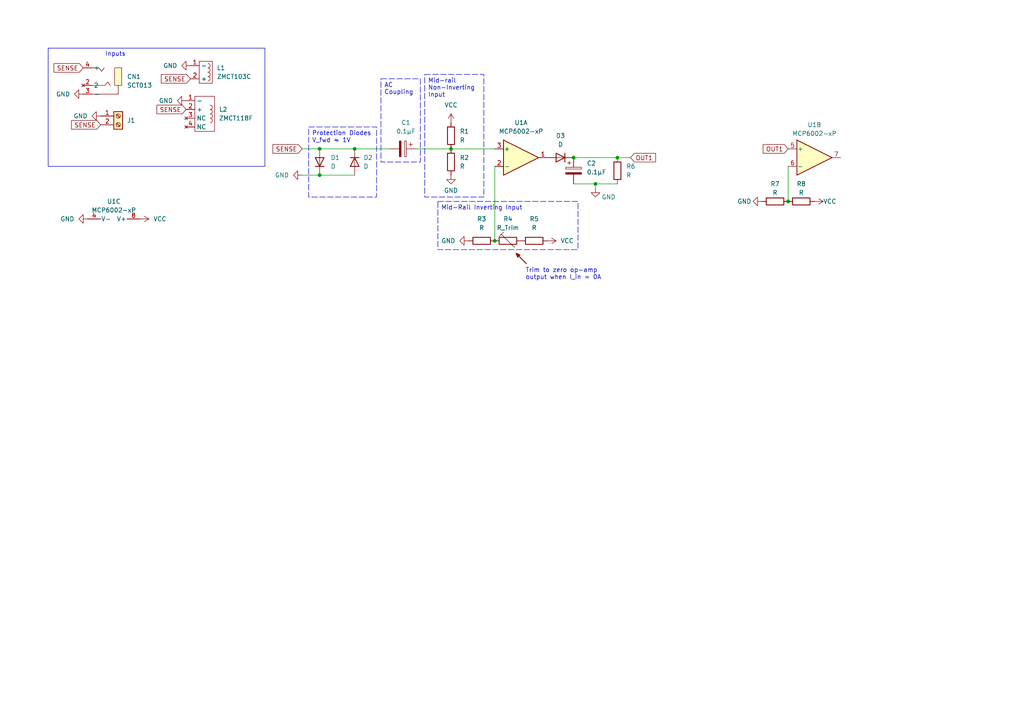
<source format=kicad_sch>
(kicad_sch (version 20230121) (generator eeschema)
  (paper "A4")
  (lib_symbols
    (symbol "Amplifier_Operational:MCP6002-xP" (pin_names (offset 0.127))
      (property "Reference" "U" (at 0 5.08 0))
      (property "Value" "MCP6002-xP" (at 0 -5.08 0))
      (symbol "MCP6002-xP_1_1"
        (polyline (pts (xy -5.08 5.08) (xy 5.08 0) (xy -5.08 -5.08) (xy -5.08 5.08)) (stroke (width 0.254)) (fill (type background)))
        (pin output line (at 7.62 0 180) (length 2.54) (name "~") (number "1"))
        (pin input line (at -7.62 -2.54 0) (length 2.54) (name "-") (number "2"))
        (pin input line (at -7.62 2.54 0) (length 2.54) (name "+") (number "3"))
      )
      (symbol "MCP6002-xP_2_1"
        (polyline (pts (xy -5.08 5.08) (xy 5.08 0) (xy -5.08 -5.08) (xy -5.08 5.08)) (stroke (width 0.254)) (fill (type background)))
        (pin input line (at -7.62 2.54 0) (length 2.54) (name "+") (number "5"))
        (pin input line (at -7.62 -2.54 0) (length 2.54) (name "-") (number "6"))
        (pin output line (at 7.62 0 180) (length 2.54) (name "~") (number "7"))
      )
      (symbol "MCP6002-xP_3_1"
        (pin power_in line (at -2.54 -7.62 90) (length 3.81) (name "V-") (number "4"))
        (pin power_in line (at -2.54 7.62 270) (length 3.81) (name "V+") (number "8"))
      )
    )
    (symbol "Connector:Screw_Terminal_01x02" (pin_names (offset 1.016) hide)
      (property "Reference" "J" (at 0 2.54 0))
      (property "Value" "Screw_Terminal_01x02" (at 0 -5.08 0))
      (symbol "Screw_Terminal_01x02_1_1"
        (rectangle (start -1.27 1.27) (end 1.27 -3.81) (stroke (width 0.254)) (fill (type background)))
        (circle (center 0 -2.54) (radius 0.635) (stroke (width 0.1524)))
        (polyline (pts (xy -0.5334 -2.2098) (xy 0.3302 -3.048)) (stroke (width 0.1524)))
        (polyline (pts (xy -0.5334 0.3302) (xy 0.3302 -0.508)) (stroke (width 0.1524)))
        (polyline (pts (xy -0.3556 -2.032) (xy 0.508 -2.8702)) (stroke (width 0.1524)))
        (polyline (pts (xy -0.3556 0.508) (xy 0.508 -0.3302)) (stroke (width 0.1524)))
        (circle (center 0 0) (radius 0.635) (stroke (width 0.1524)))
        (pin passive line (at -5.08 0 0) (length 3.81) (name "Pin_1") (number "1"))
        (pin passive line (at -5.08 -2.54 0) (length 3.81) (name "Pin_2") (number "2"))
      )
    )
    (symbol "Device:C_Polarized" (pin_numbers hide) (pin_names (offset 0.254))
      (property "Reference" "C" (at 0.635 2.54 0))
      (property "Value" "C_Polarized" (at 0.635 -2.54 0))
      (symbol "C_Polarized_0_1"
        (rectangle (start -2.286 0.508) (end 2.286 1.016))
        (polyline (pts (xy -1.778 2.286) (xy -0.762 2.286)))
        (polyline (pts (xy -1.27 2.794) (xy -1.27 1.778)))
        (rectangle (start 2.286 -0.508) (end -2.286 -1.016) (fill (type outline)))
      )
      (symbol "C_Polarized_1_1"
        (pin passive line (at 0 3.81 270) (length 2.794) (name "~") (number "1"))
        (pin passive line (at 0 -3.81 90) (length 2.794) (name "~") (number "2"))
      )
    )
    (symbol "Device:D" (pin_numbers hide) (pin_names (offset 1.016) hide)
      (property "Reference" "D" (at 0 2.54 0))
      (property "Value" "D" (at 0 -2.54 0))
      (symbol "D_0_1"
        (polyline (pts (xy -1.27 1.27) (xy -1.27 -1.27)) (stroke (width 0.254)))
        (polyline (pts (xy 1.27 0) (xy -1.27 0)))
        (polyline (pts (xy 1.27 1.27) (xy 1.27 -1.27) (xy -1.27 0) (xy 1.27 1.27)) (stroke (width 0.254)))
      )
      (symbol "D_1_1"
        (pin passive line (at -3.81 0 0) (length 2.54) (name "K") (number "1"))
        (pin passive line (at 3.81 0 180) (length 2.54) (name "A") (number "2"))
      )
    )
    (symbol "Device:R" (pin_numbers hide) (pin_names (offset 0))
      (property "Reference" "R" (at 2.032 0 90))
      (property "Value" "R" (at 0 0 90))
      (symbol "R_0_1"
        (rectangle (start -1.016 -2.54) (end 1.016 2.54) (stroke (width 0.254)))
      )
      (symbol "R_1_1"
        (pin passive line (at 0 3.81 270) (length 1.27) (name "~") (number "1"))
        (pin passive line (at 0 -3.81 90) (length 1.27) (name "~") (number "2"))
      )
    )
    (symbol "Device:R_Trim" (pin_numbers hide) (pin_names (offset 0))
      (property "Reference" "R" (at 2.54 -2.54 90))
      (property "Value" "R_Trim" (at -2.54 -0.635 90))
      (symbol "R_Trim_0_1"
        (rectangle (start -1.016 -2.54) (end 1.016 2.54) (stroke (width 0.254)))
        (polyline (pts (xy -1.905 -1.905) (xy 1.905 1.905) (xy 2.54 1.27) (xy 1.27 2.54)))
      )
      (symbol "R_Trim_1_1"
        (pin passive line (at 0 3.81 270) (length 1.27) (name "~") (number "1"))
        (pin passive line (at 0 -3.81 90) (length 1.27) (name "~") (number "2"))
      )
    )
    (symbol "EasyCT:SCT013"
      (property "Reference" "CN" (at 0 0.635 0))
      (property "Value" "SCT013" (at 0 -1.27 0))
      (symbol "SCT013_0_1"
        (rectangle (start -1.02 -5.08) (end 1.02 -10.16) (fill (type background)))
        (polyline (pts (xy 0 -2.54) (xy 0 -5.08)))
        (polyline (pts (xy 0 -2.54) (xy 7.62 -2.54)))
        (polyline (pts (xy 7.62 -10.16) (xy 5.59 -10.16) (xy 4.83 -9.14) (xy 4.06 -10.16)))
        (polyline (pts (xy 7.62 -5.08) (xy 3.81 -5.08) (xy 3.05 -6.1) (xy 2.29 -5.08)))
      )
      (symbol "SCT013_1_1"
        (pin no_connect line (at 10.16 -5.08 180) (length 2.54) (name "2") (number "2"))
        (pin power_in line (at 10.16 -2.54 180) (length 2.54) (name "-") (number "3"))
        (pin output line (at 10.16 -10.16 180) (length 2.54) (name "+") (number "4"))
      )
    )
    (symbol "EasyCT:ZMCT103C"
      (property "Reference" "L" (at -0.4742 1.9035 0))
      (property "Value" "ZMCT103C" (at 0 0 0))
      (symbol "ZMCT103C_0_1"
        (rectangle (start -1.27 -2.54) (end 2.54 -8.89))
        (arc (start 1.2727 -8.255) (mid 1.905 -7.62) (end 1.2727 -6.985))
        (arc (start 1.2727 -6.985) (mid 1.905 -6.35) (end 1.2727 -5.715))
        (arc (start 1.2727 -5.715) (mid 1.905 -5.08) (end 1.2727 -4.445))
        (arc (start 1.2727 -4.445) (mid 1.905 -3.81) (end 1.2727 -3.175))
      )
      (symbol "ZMCT103C_1_1"
        (pin power_in line (at -3.81 -3.81 0) (length 2.54) (name "-") (number "1"))
        (pin output line (at -3.81 -7.62 0) (length 2.54) (name "+") (number "2"))
      )
    )
    (symbol "EasyCT:ZMCT118F"
      (property "Reference" "L" (at -17.78 6.985 0))
      (property "Value" "ZMCT118F" (at -13.335 5.08 0))
      (symbol "ZMCT118F_0_1"
        (rectangle (start -15.875 3.175) (end -10.16 -6.985))
        (arc (start -11.4273 -4.445) (mid -10.795 -3.81) (end -11.4273 -3.175))
        (arc (start -11.4273 -3.175) (mid -10.795 -2.54) (end -11.4273 -1.905))
        (arc (start -11.4273 -1.905) (mid -10.795 -1.27) (end -11.4273 -0.635))
        (arc (start -11.4273 -0.635) (mid -10.795 0) (end -11.4273 0.635))
      )
      (symbol "ZMCT118F_1_1"
        (pin power_in line (at -18.415 1.905 0) (length 2.54) (name "-") (number "1"))
        (pin output line (at -18.415 -0.635 0) (length 2.54) (name "+") (number "2"))
        (pin no_connect line (at -18.415 -3.175 0) (length 2.54) (name "NC") (number "3"))
        (pin no_connect line (at -18.415 -5.715 0) (length 2.54) (name "NC") (number "4"))
      )
    )
    (symbol "Graphic:SYM_Arrow45_Small" (in_bom no) (on_board no)
      (symbol "SYM_Arrow45_Small_0_1"
        (polyline (pts (xy 1.27 -1.27) (xy -1.524 1.524)) (stroke (width 0.254)))
        (polyline (pts (xy 1.524 -1.524) (xy 0.254 -1.016) (xy 1.016 -0.254) (xy 1.524 -1.524)) (fill (type outline)))
      )
    )
    (symbol "power:GND" (power) (pin_names (offset 0))
      (property "Value" "GND" (at 0 -3.81 0))
      (symbol "GND_0_1"
        (polyline (pts (xy 0 0) (xy 0 -1.27) (xy 1.27 -1.27) (xy 0 -2.54) (xy -1.27 -1.27) (xy 0 -1.27)))
      )
      (symbol "GND_1_1"
        (pin power_in line (at 0 0 270) (length 0) hide (name "GND") (number "1"))
      )
    )
    (symbol "power:VCC" (power) (pin_names (offset 0))
      (property "Value" "VCC" (at 0 3.81 0))
      (symbol "VCC_0_1"
        (polyline (pts (xy -0.762 1.27) (xy 0 2.54)))
        (polyline (pts (xy 0 0) (xy 0 2.54)))
        (polyline (pts (xy 0 2.54) (xy 0.762 1.27)))
      )
      (symbol "VCC_1_1"
        (pin power_in line (at 0 0 90) (length 0) hide (name "VCC") (number "1"))
      )
    )
  )
  (junction (at 102.87 43.18))
  (junction (at 179.07 45.72))
  (junction (at 172.72 53.34))
  (junction (at 92.71 50.8))
  (junction (at 130.81 43.18))
  (junction (at 143.51 69.85))
  (junction (at 228.6 58.42))
  (junction (at 166.37 45.72))
  (junction (at 92.71 43.18))
  (wire (pts (xy 102.87 43.18) (xy 113.03 43.18)))
  (wire (pts (xy 130.81 43.18) (xy 143.51 43.18)))
  (wire (pts (xy 92.71 43.18) (xy 102.87 43.18)))
  (wire (pts (xy 120.65 43.18) (xy 130.81 43.18)))
  (wire (pts (xy 87.63 50.8) (xy 92.71 50.8)))
  (wire (pts (xy 179.07 45.72) (xy 182.88 45.72)))
  (wire (pts (xy 172.72 54.61) (xy 172.72 53.34)))
  (wire (pts (xy 87.63 43.18) (xy 92.71 43.18)))
  (wire (pts (xy 166.37 45.72) (xy 179.07 45.72)))
  (wire (pts (xy 172.72 53.34) (xy 179.07 53.34)))
  (wire (pts (xy 92.71 50.8) (xy 102.87 50.8)))
  (wire (pts (xy 228.6 48.26) (xy 228.6 58.42)))
  (wire (pts (xy 143.51 48.26) (xy 143.51 69.85)))
  (wire (pts (xy 172.72 53.34) (xy 166.37 53.34)))
  (rectangle (start 13.97 13.97) (end 76.835 48.26))
  (text_box "Protection Diodes\nV_fwd ≈ 1V" (at 89.535 36.83 0) (size 19.685 20.32) (stroke (width 0) (type dash)) (effects (font (size 1.27 1.27)) (justify left top)))
  (text_box "Mid-rail Non-Inverting Input" (at 123.19 21.59 0) (size 17.145 35.56) (stroke (width 0) (type dash)) (effects (font (size 1.27 1.27)) (justify left top)))
  (text_box "AC Coupling" (at 110.49 22.86 0) (size 11.43 24.13) (stroke (width 0) (type dash)) (effects (font (size 1.27 1.27)) (justify left top)))
  (text_box "Mid-Rail Inverting Input" (at 127 58.42 0) (size 40.64 13.97) (stroke (width 0) (type dash)) (effects (font (size 1.27 1.27)) (justify left top)))
  (text "Trim to zero op-amp\noutput when I_in = 0A" (at 152.4 81.28 0) (effects (font (size 1.27 1.27)) (justify left bottom)))
  (text "Inputs\n" (at 30.48 16.51 0) (effects (font (size 1.27 1.27)) (justify left bottom)))
  (global_label "SENSE" (shape input) (at 55.245 22.86 180) (property "Intersheetrefs" "${INTERSHEET_REFS}" (effects hide)))
  (global_label "OUT1" (shape input) (at 228.6 43.18 180) (property "Intersheetrefs" "${INTERSHEET_REFS}" (effects hide)))
  (global_label "SENSE" (shape input) (at 24.13 19.685 180) (property "Intersheetrefs" "${INTERSHEET_REFS}" (effects hide)))
  (global_label "SENSE" (shape input) (at 87.63 43.18 180) (property "Intersheetrefs" "${INTERSHEET_REFS}" (effects hide)))
  (global_label "OUT1" (shape input) (at 182.88 45.72 0) (property "Intersheetrefs" "${INTERSHEET_REFS}" (effects hide)))
  (global_label "SENSE" (shape input) (at 29.21 36.195 180) (property "Intersheetrefs" "${INTERSHEET_REFS}" (effects hide)))
  (global_label "SENSE" (shape input) (at 53.975 31.75 180) (property "Intersheetrefs" "${INTERSHEET_REFS}" (effects hide)))
  (symbol (lib_id "Amplifier_Operational:MCP6002-xP") (at 33.02 66.04 270) (unit 3)
    (property "Reference" "U1" (at 33.02 58.42 90))
    (property "Value" "MCP6002-xP" (at 33.02 60.96 90))
    (property "Datasheet" "http://ww1.microchip.com/downloads/en/DeviceDoc/21733j.pdf" (effects hide))
  )
  (symbol (lib_id "Device:R") (at 130.81 39.37 0) (unit 1)
    (property "Reference" "R1" (at 133.35 38.1 0) (effects (justify left)))
    (property "Value" "R" (at 133.35 40.64 0) (effects (justify left)))
  )
  (symbol (lib_id "EasyCT:SCT013") (at 34.29 29.845 180) (unit 1)
    (property "Reference" "CN1" (at 36.83 22.225 0) (effects (justify right)))
    (property "Value" "SCT013" (at 36.83 24.765 0) (effects (justify right)))
    (property "Footprint" "EasyCT_Vendored:AUDIO-TH_HOOYA_PJ-320" (effects hide))
  )
  (symbol (lib_id "Device:R") (at 179.07 49.53 0) (unit 1)
    (property "Reference" "R6" (at 181.61 48.26 0) (effects (justify left)))
    (property "Value" "R" (at 181.61 50.8 0) (effects (justify left)))
  )
  (symbol (lib_id "EasyCT:ZMCT118F") (at 72.39 31.115 0) (unit 1)
    (property "Reference" "L2" (at 63.5 31.75 0) (effects (justify left)))
    (property "Value" "ZMCT118F" (at 63.5 34.29 0) (effects (justify left)))
    (property "Footprint" "EasyCT_Vendored:XFMR-TH_ZMCT118F" (effects hide))
    (property "Datasheet" "https://5nrorwxhmqqijik.leadongcdn.com/ZMCT118F+specification-aidilBqoKomRilSnpomjnkp.pdf" (effects hide))
  )
  (symbol (lib_id "power:GND") (at 87.63 50.8 270) (unit 1)
    (property "Reference" "#PWR05" (effects hide))
    (property "Value" "GND" (at 83.82 50.8 90) (effects (justify right)))
  )
  (symbol (lib_id "Device:R") (at 232.41 58.42 90) (unit 1)
    (property "Reference" "R8" (at 232.41 53.34 90))
    (property "Value" "R" (at 232.41 55.88 90))
  )
  (symbol (lib_id "Connector:Screw_Terminal_01x02") (at 34.29 33.655 0) (unit 1)
    (property "Reference" "J1" (at 36.83 34.925 0) (effects (justify left)))
    (property "Value" "Screw_Terminal_01x02" (effects hide))
  )
  (symbol (lib_id "power:GND") (at 24.13 27.305 270) (unit 1)
    (property "Reference" "#PWR04" (effects hide))
    (property "Value" "GND" (at 20.32 27.305 90) (effects (justify right)))
  )
  (symbol (lib_id "Device:R") (at 224.79 58.42 90) (unit 1)
    (property "Reference" "R7" (at 224.79 53.34 90))
    (property "Value" "R" (at 224.79 55.88 90))
  )
  (symbol (lib_id "power:GND") (at 53.975 29.21 270) (unit 1)
    (property "Reference" "#PWR02" (effects hide))
    (property "Value" "GND" (at 50.165 29.21 90) (effects (justify right)))
  )
  (symbol (lib_id "power:GND") (at 130.81 50.8 0) (unit 1)
    (property "Reference" "#PWR07" (effects hide))
    (property "Value" "GND" (at 130.81 55.245 0))
  )
  (symbol (lib_id "Device:R") (at 139.7 69.85 90) (unit 1)
    (property "Reference" "R3" (at 139.7 63.5 90))
    (property "Value" "R" (at 139.7 66.04 90))
  )
  (symbol (lib_id "Device:D") (at 92.71 46.99 90) (unit 1)
    (property "Reference" "D1" (at 95.885 45.72 90) (effects (justify right)))
    (property "Value" "D" (at 95.885 48.26 90) (effects (justify right)))
    (property "Sim.Device" "D" (effects hide))
    (property "Sim.Pins" "1=K 2=A" (effects hide))
  )
  (symbol (lib_id "power:GND") (at 220.98 58.42 270) (unit 1)
    (property "Reference" "#PWR013" (effects hide))
    (property "Value" "GND" (at 215.9 58.42 90))
  )
  (symbol (lib_id "Device:C_Polarized") (at 116.84 43.18 270) (unit 1)
    (property "Reference" "C1" (at 117.729 35.56 90))
    (property "Value" "0.1μF" (at 117.729 38.1 90))
  )
  (symbol (lib_id "Device:R_Trim") (at 147.32 69.85 90) (unit 1)
    (property "Reference" "R4" (at 147.32 63.5 90))
    (property "Value" "R_Trim" (at 147.32 66.04 90))
  )
  (symbol (lib_id "power:GND") (at 29.21 33.655 270) (unit 1)
    (property "Reference" "#PWR03" (effects hide))
    (property "Value" "GND" (at 25.4 33.655 90) (effects (justify right)))
  )
  (symbol (lib_id "Device:R") (at 130.81 46.99 0) (unit 1)
    (property "Reference" "R2" (at 133.35 45.72 0) (effects (justify left)))
    (property "Value" "R" (at 133.35 48.26 0) (effects (justify left)))
  )
  (symbol (lib_id "Amplifier_Operational:MCP6002-xP") (at 236.22 45.72 0) (unit 2)
    (property "Reference" "U1" (at 236.22 36.195 0))
    (property "Value" "MCP6002-xP" (at 236.22 38.735 0))
    (property "Datasheet" "http://ww1.microchip.com/downloads/en/DeviceDoc/21733j.pdf" (effects hide))
  )
  (symbol (lib_id "Device:R") (at 154.94 69.85 90) (unit 1)
    (property "Reference" "R5" (at 154.94 63.5 90))
    (property "Value" "R" (at 154.94 66.04 90))
  )
  (symbol (lib_id "power:VCC") (at 40.64 63.5 270) (unit 1)
    (property "Reference" "#PWR011" (effects hide))
    (property "Value" "VCC" (at 44.45 63.5 90) (effects (justify left)))
  )
  (symbol (lib_id "power:GND") (at 25.4 63.5 270) (unit 1)
    (property "Reference" "#PWR010" (effects hide))
    (property "Value" "GND" (at 21.59 63.5 90) (effects (justify right)))
  )
  (symbol (lib_id "Device:D") (at 162.56 45.72 180) (unit 1)
    (property "Reference" "D3" (at 162.56 39.37 0))
    (property "Value" "D" (at 162.56 41.91 0))
    (property "Sim.Device" "D" (effects hide))
    (property "Sim.Pins" "1=K 2=A" (effects hide))
  )
  (symbol (lib_id "power:GND") (at 172.72 54.61 0) (unit 1)
    (property "Reference" "#PWR012" (effects hide))
    (property "Value" "GND" (at 176.53 57.15 0))
  )
  (symbol (lib_id "Device:C_Polarized") (at 166.37 49.53 0) (unit 1)
    (property "Reference" "C2" (at 170.18 47.371 0) (effects (justify left)))
    (property "Value" "0.1μF" (at 170.18 49.911 0) (effects (justify left)))
  )
  (symbol (lib_id "power:GND") (at 135.89 69.85 270) (unit 1)
    (property "Reference" "#PWR08" (effects hide))
    (property "Value" "GND" (at 132.08 69.85 90) (effects (justify right)))
  )
  (symbol (lib_id "power:VCC") (at 130.81 35.56 0) (unit 1)
    (property "Reference" "#PWR06" (effects hide))
    (property "Value" "VCC" (at 130.81 30.48 0))
  )
  (symbol (lib_id "Amplifier_Operational:MCP6002-xP") (at 151.13 45.72 0) (unit 1)
    (property "Reference" "U1" (at 151.13 35.56 0))
    (property "Value" "MCP6002-xP" (at 151.13 38.1 0))
    (property "Datasheet" "http://ww1.microchip.com/downloads/en/DeviceDoc/21733j.pdf" (effects hide))
  )
  (symbol (lib_id "Device:D") (at 102.87 46.99 270) (unit 1)
    (property "Reference" "D2" (at 105.41 45.72 90) (effects (justify left)))
    (property "Value" "D" (at 105.41 48.26 90) (effects (justify left)))
    (property "Sim.Device" "D" (effects hide))
    (property "Sim.Pins" "1=K 2=A" (effects hide))
  )
  (symbol (lib_id "power:VCC") (at 158.75 69.85 270) (unit 1)
    (property "Reference" "#PWR09" (effects hide))
    (property "Value" "VCC" (at 162.56 69.85 90) (effects (justify left)))
  )
  (symbol (lib_id "power:VCC") (at 236.22 58.42 270) (unit 1)
    (property "Reference" "#PWR015" (effects hide))
    (property "Value" "VCC" (at 238.76 58.42 90) (effects (justify left)))
  )
  (symbol (lib_id "EasyCT:ZMCT103C") (at 59.055 15.24 0) (unit 1)
    (property "Reference" "L1" (at 62.865 19.685 0) (effects (justify left)))
    (property "Value" "ZMCT103C" (at 62.865 22.225 0) (effects (justify left)))
    (property "Footprint" "EasyCT:Current_Transformer_CT_ZMCT103C" (effects hide))
    (property "Datasheet" "https://5nrorwxhmqqijik.leadongcdn.com/ZMCT103C+specification-aidirBqoKomRilSjpimnokp.pdf" (effects hide))
  )
  (symbol (lib_id "power:GND") (at 55.245 19.05 270) (unit 1)
    (property "Reference" "#PWR01" (effects hide))
    (property "Value" "GND" (at 51.435 19.05 90) (effects (justify right)))
  )
  (symbol (lib_id "Graphic:SYM_Arrow45_Small") (at 151.13 74.93 180) (unit 1) (in_bom no) (on_board no)
    (property "Reference" "#SYM1" (effects hide))
    (property "Value" "SYM_Arrow45_Small" (effects hide))
    (property "Sim.Enable" "0" (effects hide))
  )
)
</source>
